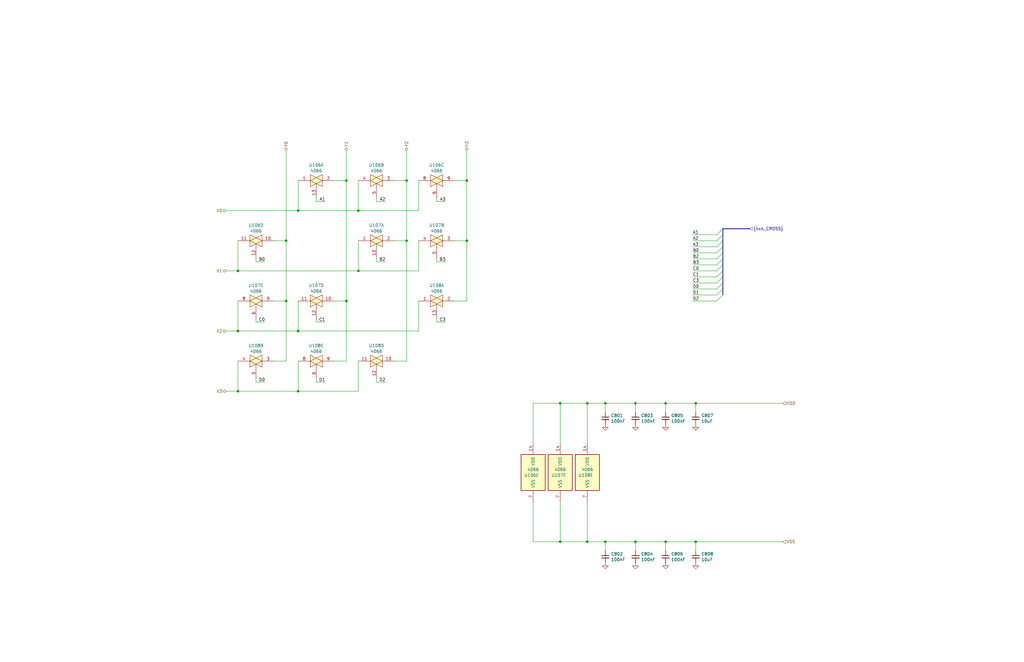
<source format=kicad_sch>
(kicad_sch (version 20250114) (generator "eeschema") (generator_version "9.0")
  (paper "B")
  (lib_symbols
    (symbol "4xxx:4066" (pin_names (offset 1.016))
      (property "Reference" "U" (at -7.62 8.89 0))
      (property "Value" "4066" (at -7.62 -8.89 0))
      (symbol "4066_1_0"
        (polyline (pts (xy -2.54 2.54) (xy 2.54 0) (xy -2.54 -2.54) (xy -2.54 2.54)) (fill (type background)))
        (polyline (pts (xy -2.54 0) (xy 2.54 2.54) (xy 2.54 -2.54) (xy -2.54 0)) (fill (type background)))
        (polyline (pts (xy 0 1.27) (xy 0 2.54)) (stroke (width 0.1524)))
        (pin passive line (at -7.62 0 0) (length 5.08) (name "~") (number "1"))
        (pin input line (at 0 7.62 270) (length 5.08) (name "~") (number "13"))
        (pin passive line (at 7.62 0 180) (length 5.08) (name "~") (number "2"))
      )
      (symbol "4066_2_0"
        (polyline (pts (xy -2.54 2.54) (xy 2.54 0) (xy -2.54 -2.54) (xy -2.54 2.54)) (fill (type background)))
        (polyline (pts (xy -2.54 0) (xy 2.54 2.54) (xy 2.54 -2.54) (xy -2.54 0)) (fill (type background)))
        (polyline (pts (xy 0 1.27) (xy 0 2.54)) (stroke (width 0.1524)))
        (pin passive line (at -7.62 0 0) (length 5.08) (name "~") (number "4"))
        (pin input line (at 0 7.62 270) (length 5.08) (name "~") (number "5"))
        (pin passive line (at 7.62 0 180) (length 5.08) (name "~") (number "3"))
      )
      (symbol "4066_3_0"
        (polyline (pts (xy -2.54 2.54) (xy 2.54 0) (xy -2.54 -2.54) (xy -2.54 2.54)) (fill (type background)))
        (polyline (pts (xy -2.54 0) (xy 2.54 2.54) (xy 2.54 -2.54) (xy -2.54 0)) (fill (type background)))
        (polyline (pts (xy 0 1.27) (xy 0 2.54)) (stroke (width 0.1524)))
        (pin passive line (at -7.62 0 0) (length 5.08) (name "~") (number "8"))
        (pin input line (at 0 7.62 270) (length 5.08) (name "~") (number "6"))
        (pin passive line (at 7.62 0 180) (length 5.08) (name "~") (number "9"))
      )
      (symbol "4066_4_0"
        (polyline (pts (xy -2.54 2.54) (xy 2.54 0) (xy -2.54 -2.54) (xy -2.54 2.54)) (fill (type background)))
        (polyline (pts (xy -2.54 0) (xy 2.54 2.54) (xy 2.54 -2.54) (xy -2.54 0)) (fill (type background)))
        (polyline (pts (xy 0 1.27) (xy 0 2.54)) (stroke (width 0.1524)))
        (pin passive line (at -7.62 0 0) (length 5.08) (name "~") (number "11"))
        (pin input line (at 0 7.62 270) (length 5.08) (name "~") (number "12"))
        (pin passive line (at 7.62 0 180) (length 5.08) (name "~") (number "10"))
      )
      (symbol "4066_5_0"
        (pin power_in line (at 0 12.7 270) (length 5.08) (name "VDD") (number "14"))
        (pin power_in line (at 0 -12.7 90) (length 5.08) (name "VSS") (number "7"))
      )
      (symbol "4066_5_1"
        (rectangle (start -5.08 7.62) (end 5.08 -7.62) (stroke (width 0.254)) (fill (type background)))
      )
    )
    (symbol "Device:C_Small" (pin_numbers (hide yes)) (pin_names (offset 0.254) (hide yes))
      (property "Reference" "C" (at 0.254 1.778 0))
      (property "Value" "C_Small" (at 0.254 -2.032 0))
      (symbol "C_Small_0_1"
        (polyline (pts (xy -1.524 0.508) (xy 1.524 0.508)) (stroke (width 0.3048)))
        (polyline (pts (xy -1.524 -0.508) (xy 1.524 -0.508)) (stroke (width 0.3302)))
      )
      (symbol "C_Small_1_1"
        (pin passive line (at 0 2.54 270) (length 2.032) (name "~") (number "1"))
        (pin passive line (at 0 -2.54 90) (length 2.032) (name "~") (number "2"))
      )
    )
    (symbol "power:GND" (power) (pin_numbers (hide yes)) (pin_names (offset 0) (hide yes))
      (property "Value" "GND" (at 0 -3.81 0))
      (symbol "GND_0_1"
        (polyline (pts (xy 0 0) (xy 0 -1.27) (xy 1.27 -1.27) (xy 0 -2.54) (xy -1.27 -1.27) (xy 0 -1.27)))
      )
      (symbol "GND_1_1"
        (pin power_in line (at 0 0 270) (length 0) (name "~") (number "1"))
      )
    )
  )
  (bus_alias "4x4_CROSS" (members "A1" "A2" "A3" "B0" "B2" "B3" "C0" "C1" "C3" "D0" "D1" "D2"))
  (junction (at 255.27 228.6))
  (junction (at 267.97 170.18))
  (junction (at 247.65 228.6))
  (junction (at 255.27 170.18))
  (junction (at 125.73 165.1))
  (junction (at 171.45 76.2))
  (junction (at 125.73 88.9))
  (junction (at 120.65 127))
  (junction (at 293.37 170.18))
  (junction (at 280.67 228.6))
  (junction (at 280.67 170.18))
  (junction (at 125.73 139.7))
  (junction (at 146.05 127))
  (junction (at 236.22 228.6))
  (junction (at 146.05 76.2))
  (junction (at 100.33 139.7))
  (junction (at 151.13 114.3))
  (junction (at 151.13 88.9))
  (junction (at 100.33 165.1))
  (junction (at 236.22 170.18))
  (junction (at 267.97 228.6))
  (junction (at 100.33 114.3))
  (junction (at 293.37 228.6))
  (junction (at 196.85 76.2))
  (junction (at 247.65 170.18))
  (junction (at 171.45 101.6))
  (junction (at 120.65 101.6))
  (junction (at 196.85 101.6))
  (bus_entry (at 304.8 101.6) (size -2.54 2.54))
  (bus_entry (at 304.8 96.52) (size -2.54 2.54))
  (bus_entry (at 304.8 116.84) (size -2.54 2.54))
  (bus_entry (at 304.8 99.06) (size -2.54 2.54))
  (bus_entry (at 304.8 124.46) (size -2.54 2.54))
  (bus_entry (at 304.8 114.3) (size -2.54 2.54))
  (bus_entry (at 304.8 121.92) (size -2.54 2.54))
  (bus_entry (at 304.8 119.38) (size -2.54 2.54))
  (bus_entry (at 304.8 109.22) (size -2.54 2.54))
  (bus_entry (at 304.8 111.76) (size -2.54 2.54))
  (bus_entry (at 304.8 106.68) (size -2.54 2.54))
  (bus_entry (at 304.8 104.14) (size -2.54 2.54))
  (wire (pts (xy 158.75 110.49) (xy 162.56 110.49)))
  (wire (pts (xy 151.13 152.4) (xy 151.13 165.1)))
  (bus (pts (xy 304.8 106.68) (xy 304.8 109.22)))
  (wire (pts (xy 171.45 76.2) (xy 171.45 101.6)))
  (wire (pts (xy 158.75 110.49) (xy 158.75 109.22)))
  (wire (pts (xy 115.57 127) (xy 120.65 127)))
  (wire (pts (xy 115.57 101.6) (xy 120.65 101.6)))
  (wire (pts (xy 255.27 228.6) (xy 255.27 232.41)))
  (wire (pts (xy 196.85 101.6) (xy 196.85 127)))
  (wire (pts (xy 247.65 228.6) (xy 236.22 228.6)))
  (wire (pts (xy 125.73 127) (xy 125.73 139.7)))
  (wire (pts (xy 292.1 101.6) (xy 302.26 101.6)))
  (wire (pts (xy 100.33 139.7) (xy 125.73 139.7)))
  (wire (pts (xy 196.85 76.2) (xy 196.85 101.6)))
  (wire (pts (xy 236.22 228.6) (xy 224.79 228.6)))
  (wire (pts (xy 120.65 63.5) (xy 120.65 101.6)))
  (wire (pts (xy 95.25 88.9) (xy 125.73 88.9)))
  (wire (pts (xy 100.33 114.3) (xy 151.13 114.3)))
  (wire (pts (xy 166.37 152.4) (xy 171.45 152.4)))
  (wire (pts (xy 133.35 135.89) (xy 133.35 134.62)))
  (wire (pts (xy 292.1 111.76) (xy 302.26 111.76)))
  (bus (pts (xy 304.8 114.3) (xy 304.8 116.84)))
  (wire (pts (xy 280.67 170.18) (xy 280.67 173.99)))
  (bus (pts (xy 316.23 96.52) (xy 304.8 96.52)))
  (wire (pts (xy 125.73 88.9) (xy 151.13 88.9)))
  (bus (pts (xy 304.8 109.22) (xy 304.8 111.76)))
  (wire (pts (xy 107.95 161.29) (xy 111.76 161.29)))
  (wire (pts (xy 151.13 114.3) (xy 176.53 114.3)))
  (wire (pts (xy 184.15 110.49) (xy 187.96 110.49)))
  (wire (pts (xy 151.13 101.6) (xy 151.13 114.3)))
  (wire (pts (xy 191.77 101.6) (xy 196.85 101.6)))
  (wire (pts (xy 293.37 170.18) (xy 330.2 170.18)))
  (wire (pts (xy 158.75 85.09) (xy 162.56 85.09)))
  (wire (pts (xy 140.97 152.4) (xy 146.05 152.4)))
  (wire (pts (xy 255.27 170.18) (xy 267.97 170.18)))
  (wire (pts (xy 133.35 161.29) (xy 133.35 160.02)))
  (wire (pts (xy 125.73 139.7) (xy 176.53 139.7)))
  (bus (pts (xy 304.8 96.52) (xy 304.8 99.06)))
  (wire (pts (xy 133.35 135.89) (xy 137.16 135.89)))
  (wire (pts (xy 184.15 85.09) (xy 187.96 85.09)))
  (wire (pts (xy 100.33 127) (xy 100.33 139.7)))
  (wire (pts (xy 292.1 109.22) (xy 302.26 109.22)))
  (wire (pts (xy 184.15 135.89) (xy 187.96 135.89)))
  (wire (pts (xy 100.33 165.1) (xy 125.73 165.1)))
  (wire (pts (xy 115.57 152.4) (xy 120.65 152.4)))
  (wire (pts (xy 158.75 85.09) (xy 158.75 83.82)))
  (wire (pts (xy 125.73 152.4) (xy 125.73 165.1)))
  (wire (pts (xy 95.25 139.7) (xy 100.33 139.7)))
  (wire (pts (xy 191.77 127) (xy 196.85 127)))
  (wire (pts (xy 151.13 88.9) (xy 176.53 88.9)))
  (wire (pts (xy 176.53 76.2) (xy 176.53 88.9)))
  (wire (pts (xy 140.97 127) (xy 146.05 127)))
  (wire (pts (xy 125.73 76.2) (xy 125.73 88.9)))
  (wire (pts (xy 292.1 119.38) (xy 302.26 119.38)))
  (wire (pts (xy 292.1 116.84) (xy 302.26 116.84)))
  (wire (pts (xy 107.95 135.89) (xy 111.76 135.89)))
  (wire (pts (xy 176.53 127) (xy 176.53 139.7)))
  (wire (pts (xy 184.15 85.09) (xy 184.15 83.82)))
  (wire (pts (xy 280.67 170.18) (xy 293.37 170.18)))
  (wire (pts (xy 184.15 135.89) (xy 184.15 134.62)))
  (wire (pts (xy 280.67 228.6) (xy 280.67 232.41)))
  (wire (pts (xy 151.13 76.2) (xy 151.13 88.9)))
  (wire (pts (xy 292.1 99.06) (xy 302.26 99.06)))
  (wire (pts (xy 293.37 170.18) (xy 293.37 173.99)))
  (wire (pts (xy 247.65 170.18) (xy 236.22 170.18)))
  (wire (pts (xy 196.85 63.5) (xy 196.85 76.2)))
  (wire (pts (xy 292.1 127) (xy 302.26 127)))
  (wire (pts (xy 236.22 170.18) (xy 224.79 170.18)))
  (wire (pts (xy 133.35 85.09) (xy 133.35 83.82)))
  (wire (pts (xy 236.22 170.18) (xy 236.22 186.69)))
  (wire (pts (xy 107.95 135.89) (xy 107.95 134.62)))
  (wire (pts (xy 100.33 152.4) (xy 100.33 165.1)))
  (wire (pts (xy 133.35 85.09) (xy 137.16 85.09)))
  (bus (pts (xy 304.8 111.76) (xy 304.8 114.3)))
  (wire (pts (xy 107.95 161.29) (xy 107.95 160.02)))
  (wire (pts (xy 125.73 165.1) (xy 151.13 165.1)))
  (wire (pts (xy 146.05 63.5) (xy 146.05 76.2)))
  (wire (pts (xy 107.95 110.49) (xy 111.76 110.49)))
  (bus (pts (xy 304.8 121.92) (xy 304.8 124.46)))
  (wire (pts (xy 120.65 101.6) (xy 120.65 127)))
  (wire (pts (xy 146.05 127) (xy 146.05 152.4)))
  (wire (pts (xy 95.25 165.1) (xy 100.33 165.1)))
  (wire (pts (xy 247.65 170.18) (xy 247.65 186.69)))
  (wire (pts (xy 107.95 110.49) (xy 107.95 109.22)))
  (wire (pts (xy 292.1 114.3) (xy 302.26 114.3)))
  (wire (pts (xy 191.77 76.2) (xy 196.85 76.2)))
  (wire (pts (xy 292.1 124.46) (xy 302.26 124.46)))
  (wire (pts (xy 293.37 228.6) (xy 330.2 228.6)))
  (wire (pts (xy 158.75 161.29) (xy 158.75 160.02)))
  (bus (pts (xy 304.8 104.14) (xy 304.8 106.68)))
  (wire (pts (xy 171.45 63.5) (xy 171.45 76.2)))
  (wire (pts (xy 120.65 127) (xy 120.65 152.4)))
  (wire (pts (xy 236.22 228.6) (xy 236.22 212.09)))
  (wire (pts (xy 255.27 170.18) (xy 247.65 170.18)))
  (wire (pts (xy 267.97 170.18) (xy 267.97 173.99)))
  (wire (pts (xy 140.97 76.2) (xy 146.05 76.2)))
  (wire (pts (xy 247.65 228.6) (xy 255.27 228.6)))
  (wire (pts (xy 255.27 170.18) (xy 255.27 173.99)))
  (wire (pts (xy 176.53 101.6) (xy 176.53 114.3)))
  (wire (pts (xy 292.1 106.68) (xy 302.26 106.68)))
  (wire (pts (xy 171.45 101.6) (xy 171.45 152.4)))
  (wire (pts (xy 267.97 170.18) (xy 280.67 170.18)))
  (wire (pts (xy 224.79 170.18) (xy 224.79 186.69)))
  (wire (pts (xy 293.37 228.6) (xy 293.37 232.41)))
  (wire (pts (xy 267.97 228.6) (xy 280.67 228.6)))
  (wire (pts (xy 292.1 121.92) (xy 302.26 121.92)))
  (wire (pts (xy 224.79 228.6) (xy 224.79 212.09)))
  (wire (pts (xy 292.1 104.14) (xy 302.26 104.14)))
  (wire (pts (xy 255.27 228.6) (xy 267.97 228.6)))
  (bus (pts (xy 304.8 101.6) (xy 304.8 104.14)))
  (wire (pts (xy 166.37 76.2) (xy 171.45 76.2)))
  (bus (pts (xy 304.8 119.38) (xy 304.8 121.92)))
  (wire (pts (xy 146.05 76.2) (xy 146.05 127)))
  (wire (pts (xy 280.67 228.6) (xy 293.37 228.6)))
  (wire (pts (xy 184.15 110.49) (xy 184.15 109.22)))
  (wire (pts (xy 133.35 161.29) (xy 137.16 161.29)))
  (wire (pts (xy 247.65 228.6) (xy 247.65 212.09)))
  (wire (pts (xy 95.25 114.3) (xy 100.33 114.3)))
  (bus (pts (xy 304.8 116.84) (xy 304.8 119.38)))
  (wire (pts (xy 158.75 161.29) (xy 162.56 161.29)))
  (bus (pts (xy 304.8 99.06) (xy 304.8 101.6)))
  (wire (pts (xy 267.97 228.6) (xy 267.97 232.41)))
  (wire (pts (xy 166.37 101.6) (xy 171.45 101.6)))
  (wire (pts (xy 100.33 101.6) (xy 100.33 114.3)))
  (label "C1" (at 292.1 116.84 0))
  (label "D0" (at 111.76 161.29 180))
  (label "C0" (at 111.76 135.89 180))
  (label "A1" (at 292.1 99.06 0))
  (label "C3" (at 292.1 119.38 0))
  (label "B3" (at 292.1 111.76 0))
  (label "B2" (at 292.1 109.22 0))
  (label "B0" (at 292.1 106.68 0))
  (label "A3" (at 292.1 104.14 0))
  (label "D2" (at 292.1 127 0))
  (label "D1" (at 292.1 124.46 0))
  (label "D1" (at 137.16 161.29 180))
  (label "C3" (at 187.96 135.89 180))
  (label "B2" (at 162.56 110.49 180))
  (label "A2" (at 162.56 85.09 180))
  (label "D0" (at 292.1 121.92 0))
  (label "A1" (at 137.16 85.09 180))
  (label "A2" (at 292.1 101.6 0))
  (label "B0" (at 111.76 110.49 180))
  (label "D2" (at 162.56 161.29 180))
  (label "C0" (at 292.1 114.3 0))
  (label "A3" (at 187.96 85.09 180))
  (label "C1" (at 137.16 135.89 180))
  (label "B3" (at 187.96 110.49 180))
  (hierarchical_label "VSS" (shape input) (at 330.2 228.6 0))
  (hierarchical_label "Y0" (shape bidirectional) (at 120.65 63.5 90))
  (hierarchical_label "VDD" (shape input) (at 330.2 170.18 0))
  (hierarchical_label "Y3" (shape bidirectional) (at 196.85 63.5 90))
  (hierarchical_label "Y2" (shape bidirectional) (at 171.45 63.5 90))
  (hierarchical_label "X3" (shape bidirectional) (at 95.25 165.1 180))
  (hierarchical_label "Y1" (shape bidirectional) (at 146.05 63.5 90))
  (hierarchical_label "X2" (shape bidirectional) (at 95.25 139.7 180))
  (hierarchical_label "X1" (shape bidirectional) (at 95.25 114.3 180))
  (hierarchical_label "X0" (shape bidirectional) (at 95.25 88.9 180))
  (hierarchical_label "{4x4_CROSS}" (shape input) (at 316.23 96.52 0))
  (symbol (lib_id "4xxx:4066") (at 107.95 127 0) (mirror x) (unit 3)
    (property "Reference" "U107" (at 107.95 120.4425 0))
    (property "Value" "4066" (at 107.95 122.8668 0))
    (property "Datasheet" "http://www.ti.com/lit/ds/symlink/cd4066b.pdf" (effects (hide yes)))
    (property "Description" "Quad Analog Switches" (effects (hide yes)))
    (instances (project "PilotAudioPanel" (path "" (reference "U107") (unit 3)) (path "" (reference "U?") (unit 1))))
  )
  (symbol (lib_id "4xxx:4066") (at 247.65 199.39 0) (unit 5)
    (property "Reference" "U108" (at 250.19 200.5443 0) (effects (justify right)))
    (property "Value" "4066" (at 250.19 198.12 0) (effects (justify right)))
    (property "Datasheet" "http://www.ti.com/lit/ds/symlink/cd4066b.pdf" (effects (hide yes)))
    (property "Description" "Quad Analog Switches" (effects (hide yes)))
    (instances (project "PilotAudioPanel" (path "" (reference "U108") (unit 5)) (path "" (reference "U?") (unit 1))))
  )
  (symbol (lib_id "Device:C_Small") (at 255.27 234.95 0) (unit 1)
    (property "Reference" "C802" (at 257.5941 233.7441 0) (effects (justify left)))
    (property "Value" "100nF" (at 257.5941 236.1684 0) (effects (justify left)))
    (property "Description" "Unpolarized capacitor, small symbol" (effects (hide yes)))
    (instances (project "PilotAudioPanel" (path "" (reference "C802") (unit 1)) (path "" (reference "C786") (unit 1))))
  )
  (symbol (lib_id "power:GND") (at 280.67 237.49 0) (mirror y) (unit 1)
    (property "Reference" "#PWR0960" (effects (hide yes)))
    (property "Value" "GND" (effects (hide yes)))
    (property "Description" "Power symbol creates a global label with name \"GND\" , ground" (effects (hide yes)))
    (instances (project "PilotAudioPanel" (path "" (reference "#PWR0960") (unit 1)) (path "" (reference "#PWR0942") (unit 1))))
  )
  (symbol (lib_id "Device:C_Small") (at 255.27 176.53 0) (unit 1)
    (property "Reference" "C801" (at 257.5941 175.3241 0) (effects (justify left)))
    (property "Value" "100nF" (at 257.5941 177.7484 0) (effects (justify left)))
    (property "Description" "Unpolarized capacitor, small symbol" (effects (hide yes)))
    (instances (project "PilotAudioPanel" (path "" (reference "C801") (unit 1)) (path "" (reference "C785") (unit 1))))
  )
  (symbol (lib_id "4xxx:4066") (at 133.35 76.2 0) (mirror x) (unit 1)
    (property "Reference" "U106" (at 133.35 69.6425 0))
    (property "Value" "4066" (at 133.35 72.0668 0))
    (property "Datasheet" "http://www.ti.com/lit/ds/symlink/cd4066b.pdf" (effects (hide yes)))
    (property "Description" "Quad Analog Switches" (effects (hide yes)))
    (instances (project "PilotAudioPanel" (path "" (reference "U106") (unit 1)) (path "" (reference "U?") (unit 1))))
  )
  (symbol (lib_id "4xxx:4066") (at 184.15 127 0) (mirror x) (unit 1)
    (property "Reference" "U108" (at 184.15 120.4425 0))
    (property "Value" "4066" (at 184.15 122.8668 0))
    (property "Datasheet" "http://www.ti.com/lit/ds/symlink/cd4066b.pdf" (effects (hide yes)))
    (property "Description" "Quad Analog Switches" (effects (hide yes)))
    (instances (project "PilotAudioPanel" (path "" (reference "U108") (unit 1)) (path "" (reference "U?") (unit 1))))
  )
  (symbol (lib_id "power:GND") (at 267.97 237.49 0) (mirror y) (unit 1)
    (property "Reference" "#PWR0958" (effects (hide yes)))
    (property "Value" "GND" (effects (hide yes)))
    (property "Description" "Power symbol creates a global label with name \"GND\" , ground" (effects (hide yes)))
    (instances (project "PilotAudioPanel" (path "" (reference "#PWR0958") (unit 1)) (path "" (reference "#PWR0944") (unit 1))))
  )
  (symbol (lib_id "Device:C_Small") (at 280.67 176.53 0) (unit 1)
    (property "Reference" "C805" (at 282.9941 175.3241 0) (effects (justify left)))
    (property "Value" "100nF" (at 282.9941 177.7484 0) (effects (justify left)))
    (property "Description" "Unpolarized capacitor, small symbol" (effects (hide yes)))
    (instances (project "PilotAudioPanel" (path "" (reference "C805") (unit 1)) (path "" (reference "C787") (unit 1))))
  )
  (symbol (lib_id "power:GND") (at 267.97 179.07 0) (mirror y) (unit 1)
    (property "Reference" "#PWR0957" (effects (hide yes)))
    (property "Value" "GND" (effects (hide yes)))
    (property "Description" "Power symbol creates a global label with name \"GND\" , ground" (effects (hide yes)))
    (instances (project "PilotAudioPanel" (path "" (reference "#PWR0957") (unit 1)) (path "" (reference "#PWR0945") (unit 1))))
  )
  (symbol (lib_id "Device:C_Small") (at 267.97 176.53 0) (unit 1)
    (property "Reference" "C803" (at 270.2941 175.3241 0) (effects (justify left)))
    (property "Value" "100nF" (at 270.2941 177.7484 0) (effects (justify left)))
    (property "Description" "Unpolarized capacitor, small symbol" (effects (hide yes)))
    (instances (project "PilotAudioPanel" (path "" (reference "C803") (unit 1)) (path "" (reference "C792") (unit 1))))
  )
  (symbol (lib_id "power:GND") (at 255.27 237.49 0) (mirror y) (unit 1)
    (property "Reference" "#PWR0956" (effects (hide yes)))
    (property "Value" "GND" (effects (hide yes)))
    (property "Description" "Power symbol creates a global label with name \"GND\" , ground" (effects (hide yes)))
    (instances (project "PilotAudioPanel" (path "" (reference "#PWR0956") (unit 1)) (path "" (reference "#PWR0939") (unit 1))))
  )
  (symbol (lib_id "4xxx:4066") (at 107.95 152.4 0) (mirror x) (unit 2)
    (property "Reference" "U108" (at 107.95 145.8425 0))
    (property "Value" "4066" (at 107.95 148.2668 0))
    (property "Datasheet" "http://www.ti.com/lit/ds/symlink/cd4066b.pdf" (effects (hide yes)))
    (property "Description" "Quad Analog Switches" (effects (hide yes)))
    (instances (project "PilotAudioPanel" (path "" (reference "U108") (unit 2)) (path "" (reference "U?") (unit 1))))
  )
  (symbol (lib_id "4xxx:4066") (at 107.95 101.6 0) (mirror x) (unit 4)
    (property "Reference" "U106" (at 107.95 95.0425 0))
    (property "Value" "4066" (at 107.95 97.4668 0))
    (property "Datasheet" "http://www.ti.com/lit/ds/symlink/cd4066b.pdf" (effects (hide yes)))
    (property "Description" "Quad Analog Switches" (effects (hide yes)))
    (instances (project "PilotAudioPanel" (path "" (reference "U106") (unit 4)) (path "" (reference "U?") (unit 1))))
  )
  (symbol (lib_id "Device:C_Small") (at 293.37 234.95 0) (unit 1)
    (property "Reference" "C808" (at 295.6941 233.7441 0) (effects (justify left)))
    (property "Value" "10uF" (at 295.6941 236.1684 0) (effects (justify left)))
    (property "Description" "Unpolarized capacitor, small symbol" (effects (hide yes)))
    (instances (project "PilotAudioPanel" (path "" (reference "C808") (unit 1)) (path "" (reference "C790") (unit 1))))
  )
  (symbol (lib_id "Device:C_Small") (at 293.37 176.53 0) (unit 1)
    (property "Reference" "C807" (at 295.6941 175.3241 0) (effects (justify left)))
    (property "Value" "10uF" (at 295.6941 177.7484 0) (effects (justify left)))
    (property "Description" "Unpolarized capacitor, small symbol" (effects (hide yes)))
    (instances (project "PilotAudioPanel" (path "" (reference "C807") (unit 1)) (path "" (reference "C788") (unit 1))))
  )
  (symbol (lib_id "power:GND") (at 293.37 179.07 0) (mirror y) (unit 1)
    (property "Reference" "#PWR0961" (effects (hide yes)))
    (property "Value" "GND" (effects (hide yes)))
    (property "Description" "Power symbol creates a global label with name \"GND\" , ground" (effects (hide yes)))
    (instances (project "PilotAudioPanel" (path "" (reference "#PWR0961") (unit 1)) (path "" (reference "#PWR0941") (unit 1))))
  )
  (symbol (lib_id "4xxx:4066") (at 133.35 127 0) (mirror x) (unit 4)
    (property "Reference" "U107" (at 133.35 120.4425 0))
    (property "Value" "4066" (at 133.35 122.8668 0))
    (property "Datasheet" "http://www.ti.com/lit/ds/symlink/cd4066b.pdf" (effects (hide yes)))
    (property "Description" "Quad Analog Switches" (effects (hide yes)))
    (instances (project "PilotAudioPanel" (path "" (reference "U107") (unit 4)) (path "" (reference "U?") (unit 1))))
  )
  (symbol (lib_id "4xxx:4066") (at 184.15 76.2 0) (mirror x) (unit 3)
    (property "Reference" "U106" (at 184.15 69.6425 0))
    (property "Value" "4066" (at 184.15 72.0668 0))
    (property "Datasheet" "http://www.ti.com/lit/ds/symlink/cd4066b.pdf" (effects (hide yes)))
    (property "Description" "Quad Analog Switches" (effects (hide yes)))
    (instances (project "PilotAudioPanel" (path "" (reference "U106") (unit 3)) (path "" (reference "U?") (unit 1))))
  )
  (symbol (lib_id "4xxx:4066") (at 133.35 152.4 0) (mirror x) (unit 3)
    (property "Reference" "U108" (at 133.35 145.8425 0))
    (property "Value" "4066" (at 133.35 148.2668 0))
    (property "Datasheet" "http://www.ti.com/lit/ds/symlink/cd4066b.pdf" (effects (hide yes)))
    (property "Description" "Quad Analog Switches" (effects (hide yes)))
    (instances (project "PilotAudioPanel" (path "" (reference "U108") (unit 3)) (path "" (reference "U?") (unit 1))))
  )
  (symbol (lib_id "power:GND") (at 255.27 179.07 0) (mirror y) (unit 1)
    (property "Reference" "#PWR0955" (effects (hide yes)))
    (property "Value" "GND" (effects (hide yes)))
    (property "Description" "Power symbol creates a global label with name \"GND\" , ground" (effects (hide yes)))
    (instances (project "PilotAudioPanel" (path "" (reference "#PWR0955") (unit 1)) (path "" (reference "#PWR0938") (unit 1))))
  )
  (symbol (lib_id "Device:C_Small") (at 267.97 234.95 0) (unit 1)
    (property "Reference" "C804" (at 270.2941 233.7441 0) (effects (justify left)))
    (property "Value" "100nF" (at 270.2941 236.1684 0) (effects (justify left)))
    (property "Description" "Unpolarized capacitor, small symbol" (effects (hide yes)))
    (instances (project "PilotAudioPanel" (path "" (reference "C804") (unit 1)) (path "" (reference "C791") (unit 1))))
  )
  (symbol (lib_id "4xxx:4066") (at 184.15 101.6 0) (mirror x) (unit 2)
    (property "Reference" "U107" (at 184.15 95.0425 0))
    (property "Value" "4066" (at 184.15 97.4668 0))
    (property "Datasheet" "http://www.ti.com/lit/ds/symlink/cd4066b.pdf" (effects (hide yes)))
    (property "Description" "Quad Analog Switches" (effects (hide yes)))
    (instances (project "PilotAudioPanel" (path "" (reference "U107") (unit 2)) (path "" (reference "U?") (unit 1))))
  )
  (symbol (lib_id "Device:C_Small") (at 280.67 234.95 0) (unit 1)
    (property "Reference" "C806" (at 282.9941 233.7441 0) (effects (justify left)))
    (property "Value" "100nF" (at 282.9941 236.1684 0) (effects (justify left)))
    (property "Description" "Unpolarized capacitor, small symbol" (effects (hide yes)))
    (instances (project "PilotAudioPanel" (path "" (reference "C806") (unit 1)) (path "" (reference "C789") (unit 1))))
  )
  (symbol (lib_id "4xxx:4066") (at 224.79 199.39 0) (unit 5)
    (property "Reference" "U106" (at 227.33 200.5443 0) (effects (justify right)))
    (property "Value" "4066" (at 227.33 198.12 0) (effects (justify right)))
    (property "Datasheet" "http://www.ti.com/lit/ds/symlink/cd4066b.pdf" (effects (hide yes)))
    (property "Description" "Quad Analog Switches" (effects (hide yes)))
    (instances (project "PilotAudioPanel" (path "" (reference "U106") (unit 5)) (path "" (reference "U?") (unit 1))))
  )
  (symbol (lib_id "4xxx:4066") (at 158.75 152.4 0) (mirror x) (unit 4)
    (property "Reference" "U108" (at 158.75 145.8425 0))
    (property "Value" "4066" (at 158.75 148.2668 0))
    (property "Datasheet" "http://www.ti.com/lit/ds/symlink/cd4066b.pdf" (effects (hide yes)))
    (property "Description" "Quad Analog Switches" (effects (hide yes)))
    (instances (project "PilotAudioPanel" (path "" (reference "U108") (unit 4)) (path "" (reference "U?") (unit 1))))
  )
  (symbol (lib_id "4xxx:4066") (at 158.75 101.6 0) (mirror x) (unit 1)
    (property "Reference" "U107" (at 158.75 95.0425 0))
    (property "Value" "4066" (at 158.75 97.4668 0))
    (property "Datasheet" "http://www.ti.com/lit/ds/symlink/cd4066b.pdf" (effects (hide yes)))
    (property "Description" "Quad Analog Switches" (effects (hide yes)))
    (instances (project "PilotAudioPanel" (path "" (reference "U107") (unit 1)) (path "" (reference "U?") (unit 1))))
  )
  (symbol (lib_id "4xxx:4066") (at 158.75 76.2 0) (mirror x) (unit 2)
    (property "Reference" "U106" (at 158.75 69.6425 0))
    (property "Value" "4066" (at 158.75 72.0668 0))
    (property "Datasheet" "http://www.ti.com/lit/ds/symlink/cd4066b.pdf" (effects (hide yes)))
    (property "Description" "Quad Analog Switches" (effects (hide yes)))
    (instances (project "PilotAudioPanel" (path "" (reference "U106") (unit 2)) (path "" (reference "U?") (unit 1))))
  )
  (symbol (lib_id "power:GND") (at 280.67 179.07 0) (mirror y) (unit 1)
    (property "Reference" "#PWR0959" (effects (hide yes)))
    (property "Value" "GND" (effects (hide yes)))
    (property "Description" "Power symbol creates a global label with name \"GND\" , ground" (effects (hide yes)))
    (instances (project "PilotAudioPanel" (path "" (reference "#PWR0959") (unit 1)) (path "" (reference "#PWR0940") (unit 1))))
  )
  (symbol (lib_id "4xxx:4066") (at 236.22 199.39 0) (unit 5)
    (property "Reference" "U107" (at 238.76 200.5443 0) (effects (justify right)))
    (property "Value" "4066" (at 238.76 198.12 0) (effects (justify right)))
    (property "Datasheet" "http://www.ti.com/lit/ds/symlink/cd4066b.pdf" (effects (hide yes)))
    (property "Description" "Quad Analog Switches" (effects (hide yes)))
    (instances (project "PilotAudioPanel" (path "" (reference "U107") (unit 5)) (path "" (reference "U?") (unit 1))))
  )
  (symbol (lib_id "power:GND") (at 293.37 237.49 0) (mirror y) (unit 1)
    (property "Reference" "#PWR0962" (effects (hide yes)))
    (property "Value" "GND" (effects (hide yes)))
    (property "Description" "Power symbol creates a global label with name \"GND\" , ground" (effects (hide yes)))
    (instances (project "PilotAudioPanel" (path "" (reference "#PWR0962") (unit 1)) (path "" (reference "#PWR0943") (unit 1))))
  )
)
</source>
